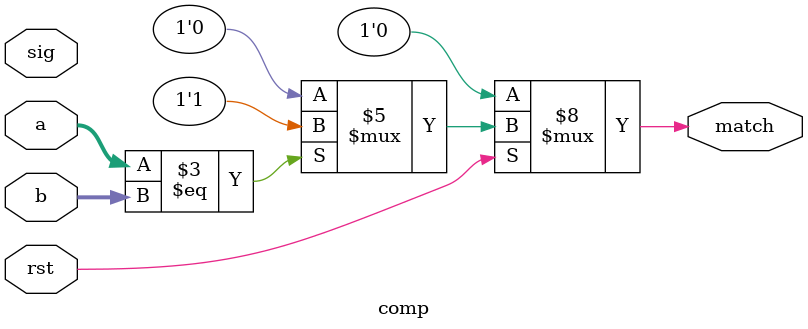
<source format=v>

module comp(
    input [3:0] a,
    input [3:0] b,
    input sig,         // Clock signal
    input rst,
	     output reg match   // Match output
);

    always @(*) begin
        if (!rst) begin
            // Reset match to default value
            match <= 1'b0;
        end else begin
                if (a == b)
                    match <= 1'b1;
                else
                    match <= 1'b0;
        end
    end
	 
endmodule

</source>
